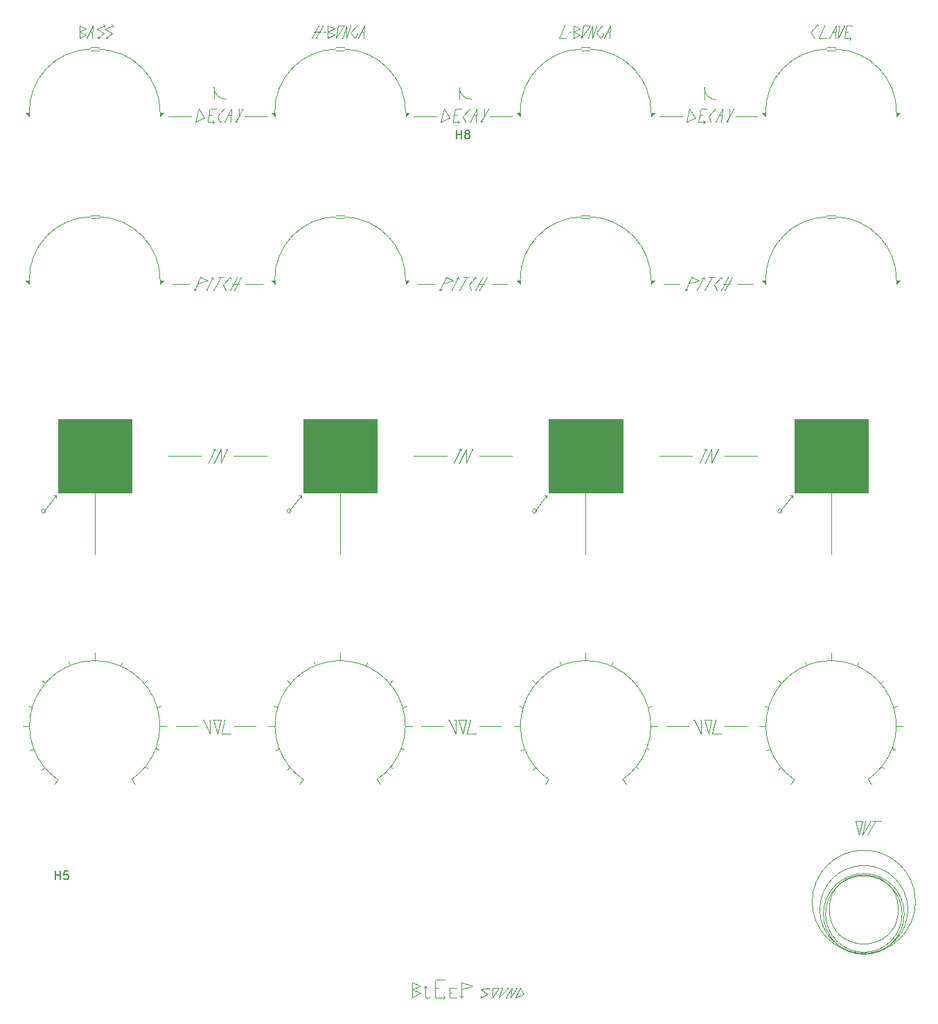
<source format=gto>
G04 #@! TF.GenerationSoftware,KiCad,Pcbnew,(6.0.1)*
G04 #@! TF.CreationDate,2022-09-12T08:21:23+02:00*
G04 #@! TF.ProjectId,Drumbox,4472756d-626f-4782-9e6b-696361645f70,rev?*
G04 #@! TF.SameCoordinates,Original*
G04 #@! TF.FileFunction,Legend,Top*
G04 #@! TF.FilePolarity,Positive*
%FSLAX46Y46*%
G04 Gerber Fmt 4.6, Leading zero omitted, Abs format (unit mm)*
G04 Created by KiCad (PCBNEW (6.0.1)) date 2022-09-12 08:21:23*
%MOMM*%
%LPD*%
G01*
G04 APERTURE LIST*
%ADD10C,0.120000*%
%ADD11C,0.100000*%
%ADD12C,0.150000*%
%ADD13O,6.700000X4.200000*%
%ADD14C,3.200000*%
G04 APERTURE END LIST*
D10*
X104750000Y-88250000D02*
X104750000Y-97000000D01*
X74750000Y-88250000D02*
X74750000Y-97000000D01*
X98750000Y-91750000D02*
G75*
G03*
X98750000Y-91750000I-250000J0D01*
G01*
X98500000Y-91750000D02*
X100000000Y-89850000D01*
X100000000Y-89850000D02*
X99700000Y-89850000D01*
X100000000Y-89850000D02*
X100000000Y-90150000D01*
X116350000Y-151200000D02*
X117550000Y-151200000D01*
X133275000Y-34000000D02*
X134075000Y-33500000D01*
X98250000Y-123372083D02*
X98600000Y-123082083D01*
X91950000Y-44200000D02*
X92150000Y-44100000D01*
X96350000Y-63600000D02*
X96750000Y-63600000D01*
X96750000Y-63600000D02*
X96750000Y-64000000D01*
X96750000Y-64000000D02*
X96350000Y-63600000D01*
G36*
X96750000Y-64000000D02*
G01*
X96350000Y-63600000D01*
X96750000Y-63600000D01*
X96750000Y-64000000D01*
G37*
X96750000Y-64000000D02*
X96350000Y-63600000D01*
X96750000Y-63600000D01*
X96750000Y-64000000D01*
X120650000Y-117300000D02*
X120550000Y-117300000D01*
X134075000Y-32800000D02*
X133275000Y-32400000D01*
X142750000Y-43500000D02*
X142750000Y-43100000D01*
X142750000Y-43100000D02*
X143150000Y-43100000D01*
X143150000Y-43100000D02*
X142750000Y-43500000D01*
G36*
X142750000Y-43500000D02*
G01*
X142750000Y-43100000D01*
X143150000Y-43100000D01*
X142750000Y-43500000D01*
G37*
X142750000Y-43500000D02*
X142750000Y-43100000D01*
X143150000Y-43100000D01*
X142750000Y-43500000D01*
X103250000Y-33200000D02*
X104050000Y-32800000D01*
X82750000Y-63600000D02*
G75*
G03*
X75250000Y-55800000I-7702650J99375D01*
G01*
X90650000Y-117300000D02*
X90550000Y-117300000D01*
X119450000Y-84150000D02*
X119550000Y-84350000D01*
X134250000Y-55600000D02*
X135250000Y-55600000D01*
X75100000Y-34000000D02*
X75300000Y-34000000D01*
X136775000Y-32400000D02*
X136875000Y-32500000D01*
X151750000Y-85000000D02*
X155750000Y-85000000D01*
X150775000Y-64800000D02*
X150875000Y-64700000D01*
X119150000Y-42600000D02*
X119550000Y-42600000D01*
X149450000Y-84150000D02*
X149250000Y-84250000D01*
X121950000Y-151200000D02*
X121950000Y-151000000D01*
X135300000Y-32400000D02*
X134250000Y-34000000D01*
X89310660Y-41439340D02*
X89310660Y-39939340D01*
X91575000Y-64000000D02*
X92375000Y-64000000D01*
X147175000Y-64700000D02*
X146975000Y-64800000D01*
X98250000Y-112472083D02*
X98660000Y-112822083D01*
X82750000Y-64000000D02*
X82750000Y-63600000D01*
X82750000Y-63600000D02*
X83150000Y-63600000D01*
X83150000Y-63600000D02*
X82750000Y-64000000D01*
G36*
X82750000Y-64000000D02*
G01*
X82750000Y-63600000D01*
X83150000Y-63600000D01*
X82750000Y-64000000D01*
G37*
X82750000Y-64000000D02*
X82750000Y-63600000D01*
X83150000Y-63600000D01*
X82750000Y-64000000D01*
X128250000Y-112472083D02*
X128660000Y-112822083D01*
X147350000Y-118000000D02*
X144650000Y-118000000D01*
X136775000Y-32400000D02*
X136075000Y-33300000D01*
X134250000Y-35300000D02*
G75*
G03*
X126750000Y-43100000I150000J-7650000D01*
G01*
X149350000Y-44200000D02*
X149150000Y-44400000D01*
X118750000Y-43400000D02*
X119050000Y-43400000D01*
X103250000Y-32400000D02*
X103250000Y-34000000D01*
X150150000Y-117300000D02*
X149750000Y-119000000D01*
X117675000Y-63200000D02*
X116975000Y-64800000D01*
X90150000Y-84150000D02*
X90150000Y-85850000D01*
X141140000Y-112472083D02*
X140790000Y-112792083D01*
X148650000Y-85850000D02*
X149450000Y-84150000D01*
X162750000Y-34000000D02*
X162850000Y-33900000D01*
X89450000Y-84150000D02*
X89250000Y-84250000D01*
X149250000Y-117300000D02*
X150150000Y-117300000D01*
X90950000Y-84150000D02*
X90850000Y-84150000D01*
X132775000Y-33200000D02*
X132975000Y-33200000D01*
X120475000Y-64100000D02*
X120775000Y-64800000D01*
X166950000Y-32400000D02*
G75*
G03*
X166550000Y-32800000I-1J-399999D01*
G01*
X169250000Y-124572083D02*
G75*
G03*
X160250000Y-124572083I-4500000J6572083D01*
G01*
X150650000Y-117300000D02*
X150250000Y-119000000D01*
X164250000Y-56000000D02*
X165250000Y-56000000D01*
X105550000Y-32400000D02*
X105050000Y-34000000D01*
X137675000Y-33200000D02*
X137375000Y-33200000D01*
X115150000Y-149800000D02*
X114950000Y-150000000D01*
X165350000Y-32400000D02*
X165250000Y-34000000D01*
X149250000Y-40000000D02*
G75*
G03*
X150750000Y-41500000I1500001J1D01*
G01*
X105275000Y-32400000D02*
X104225000Y-34000000D01*
X79250000Y-124572083D02*
X79700000Y-125182083D01*
X119175000Y-63200000D02*
X118975000Y-63300000D01*
X121275000Y-63200000D02*
X120475000Y-64100000D01*
X91275000Y-63200000D02*
X90475000Y-64100000D01*
X89175000Y-63200000D02*
X88975000Y-63300000D01*
X121750000Y-85000000D02*
X125750000Y-85000000D01*
X156350000Y-43100000D02*
X156750000Y-43100000D01*
X156750000Y-43100000D02*
X156750000Y-43500000D01*
X156750000Y-43500000D02*
X156350000Y-43100000D01*
G36*
X156750000Y-43500000D02*
G01*
X156350000Y-43100000D01*
X156750000Y-43100000D01*
X156750000Y-43500000D01*
G37*
X156750000Y-43500000D02*
X156350000Y-43100000D01*
X156750000Y-43100000D01*
X156750000Y-43500000D01*
X126350000Y-63600000D02*
X126750000Y-63600000D01*
X126750000Y-63600000D02*
X126750000Y-64000000D01*
X126750000Y-64000000D02*
X126350000Y-63600000D01*
G36*
X126750000Y-64000000D02*
G01*
X126350000Y-63600000D01*
X126750000Y-63600000D01*
X126750000Y-64000000D01*
G37*
X126750000Y-64000000D02*
X126350000Y-63600000D01*
X126750000Y-63600000D01*
X126750000Y-64000000D01*
X151275000Y-63200000D02*
X151375000Y-63300000D01*
X150050000Y-44200000D02*
X150150000Y-44100000D01*
X174135165Y-140450000D02*
G75*
G03*
X174135165Y-140450000I-5385165J0D01*
G01*
X109250000Y-124572083D02*
G75*
G03*
X100250000Y-124572083I-4500000J6572083D01*
G01*
X105050000Y-34000000D02*
X104950000Y-34000000D01*
X66350000Y-43100000D02*
X66750000Y-43100000D01*
X66750000Y-43100000D02*
X66750000Y-43500000D01*
X66750000Y-43500000D02*
X66350000Y-43100000D01*
G36*
X66750000Y-43500000D02*
G01*
X66350000Y-43100000D01*
X66750000Y-43100000D01*
X66750000Y-43500000D01*
G37*
X66750000Y-43500000D02*
X66350000Y-43100000D01*
X66750000Y-43100000D01*
X66750000Y-43500000D01*
X87750000Y-85000000D02*
X83750000Y-85000000D01*
X153250000Y-64000000D02*
X155250000Y-64000000D01*
X115150000Y-151200000D02*
X115750000Y-151200000D01*
X148050000Y-117300000D02*
X148850000Y-119000000D01*
X91450000Y-42600000D02*
X90650000Y-44200000D01*
X118150000Y-43700000D02*
X117450000Y-42600000D01*
X164250000Y-35300000D02*
G75*
G03*
X156750000Y-43100000I150000J-7650000D01*
G01*
X147450000Y-42600000D02*
X147050000Y-44200000D01*
X108050000Y-110272083D02*
X107890000Y-110652083D01*
X113550000Y-150200000D02*
X114550000Y-149800000D01*
X119350000Y-44200000D02*
X119150000Y-44400000D01*
X136075000Y-33300000D02*
X136575000Y-34000000D01*
X122350000Y-43500000D02*
X122350000Y-42600000D01*
X89250000Y-117300000D02*
X90150000Y-117300000D01*
X124150000Y-150000000D02*
X123350000Y-150000000D01*
X116750000Y-149000000D02*
G75*
G03*
X116350000Y-149400000I-1J-399999D01*
G01*
X162250000Y-33250000D02*
X162750000Y-34000000D01*
X123350000Y-151200000D02*
X124150000Y-150000000D01*
X81140000Y-112472083D02*
X80790000Y-112792083D01*
X117675000Y-63200000D02*
X118575000Y-63600000D01*
X126750000Y-150000000D02*
X126150000Y-151200000D01*
X87175000Y-64700000D02*
X86975000Y-64800000D01*
X172750000Y-63600000D02*
G75*
G03*
X165250000Y-55800000I-7702650J99375D01*
G01*
X74550000Y-32400000D02*
X74450000Y-34000000D01*
X90550000Y-42600000D02*
X90650000Y-42700000D01*
X106050000Y-32400000D02*
X105550000Y-34000000D01*
X143750000Y-43500000D02*
X146550000Y-43500000D01*
X90225000Y-63200000D02*
X89275000Y-64800000D01*
X107650000Y-33200000D02*
X107350000Y-33200000D01*
X170500000Y-129650000D02*
X170900000Y-129650000D01*
X118375000Y-64800000D02*
X119175000Y-63200000D01*
X166550000Y-32800000D02*
X166350000Y-34000000D01*
X113550000Y-151200000D02*
X114550000Y-150600000D01*
X142850000Y-115572083D02*
X142390000Y-115712083D01*
X165250000Y-33200000D02*
X164950000Y-33200000D01*
X120550000Y-42600000D02*
X119750000Y-43500000D01*
X125350000Y-150000000D02*
X125150000Y-150000000D01*
X130250000Y-124572083D02*
X129790000Y-125162083D01*
X90150000Y-85850000D02*
X90950000Y-84150000D01*
X111140000Y-112472083D02*
X110790000Y-112792083D01*
X142550000Y-120872083D02*
X142240000Y-120762083D01*
X149150000Y-42600000D02*
G75*
G03*
X148750000Y-43000000I-1J-399999D01*
G01*
X78050000Y-110272083D02*
X77890000Y-110652083D01*
X89350000Y-44200000D02*
X89150000Y-44000000D01*
X139250000Y-124572083D02*
G75*
G03*
X130250000Y-124572083I-4500000J6572083D01*
G01*
X142752701Y-118072083D02*
X143524313Y-118072083D01*
X102150000Y-32400000D02*
X101250000Y-34000000D01*
X96850000Y-120972083D02*
X97290000Y-120812083D01*
X102650000Y-32400000D02*
X101750000Y-34000000D01*
X100250000Y-124572083D02*
X99790000Y-125162083D01*
X119550000Y-149400000D02*
X119550000Y-151200000D01*
X166950000Y-32400000D02*
X167350000Y-32400000D01*
X171140000Y-112472083D02*
X170790000Y-112792083D01*
X172750000Y-43100000D02*
G75*
G03*
X165250000Y-35300000I-7702650J99375D01*
G01*
X150475000Y-64100000D02*
X150775000Y-64800000D01*
X73700000Y-32800000D02*
X72900000Y-32400000D01*
X121450000Y-42600000D02*
X120650000Y-44200000D01*
X117750000Y-85000000D02*
X113750000Y-85000000D01*
X117175000Y-64700000D02*
X116975000Y-64800000D01*
X74750000Y-110033694D02*
X74750000Y-109072083D01*
X158250000Y-123372083D02*
X158600000Y-123082083D01*
X152675000Y-63200000D02*
X151775000Y-64800000D01*
X112750000Y-43500000D02*
X112750000Y-43100000D01*
X112750000Y-43100000D02*
X113150000Y-43100000D01*
X113150000Y-43100000D02*
X112750000Y-43500000D01*
G36*
X112750000Y-43500000D02*
G01*
X112750000Y-43100000D01*
X113150000Y-43100000D01*
X112750000Y-43500000D01*
G37*
X112750000Y-43500000D02*
X112750000Y-43100000D01*
X113150000Y-43100000D01*
X112750000Y-43500000D01*
X150550000Y-42600000D02*
X150650000Y-42700000D01*
X139250000Y-124572083D02*
X139700000Y-125182083D01*
X91350000Y-43400000D02*
X91050000Y-43400000D01*
X104250000Y-55600000D02*
X105250000Y-55600000D01*
X149750000Y-119000000D02*
X149250000Y-117300000D01*
X75100000Y-34000000D02*
X75100000Y-33800000D01*
X116350000Y-150000000D02*
X116750000Y-150000000D01*
X118150000Y-150000000D02*
X118150000Y-151200000D01*
X146975000Y-64800000D02*
X146875000Y-64600000D01*
X136825000Y-33400000D02*
X136925000Y-33500000D01*
X122950000Y-150000000D02*
X121950000Y-150200000D01*
X92350000Y-43500000D02*
X92850000Y-42600000D01*
X96650000Y-115572083D02*
X97110000Y-115712083D01*
X148850000Y-119000000D02*
X148850000Y-117300000D01*
X88050000Y-117300000D02*
X88850000Y-119000000D01*
X130000000Y-89850000D02*
X129700000Y-89850000D01*
X172550000Y-120872083D02*
X172240000Y-120762083D01*
X163100000Y-32300000D02*
X163200000Y-32400000D01*
X118150000Y-150600000D02*
X118350000Y-150600000D01*
X167150000Y-34000000D02*
X166950000Y-34200000D01*
X149175000Y-63200000D02*
X148975000Y-63300000D01*
X149750000Y-43500000D02*
X150050000Y-44200000D01*
X124550000Y-150000000D02*
X124350000Y-150000000D01*
X125966895Y-118000000D02*
X126738507Y-118000000D01*
X104225000Y-34000000D02*
X104475000Y-32400000D01*
X88850000Y-117300000D02*
X88750000Y-117300000D01*
X89350000Y-85850000D02*
X89250000Y-85850000D01*
X167700000Y-129650000D02*
X168600000Y-129650000D01*
X119750000Y-43500000D02*
X120050000Y-44200000D01*
X149150000Y-42600000D02*
X149550000Y-42600000D01*
X134250000Y-35100000D02*
X135250000Y-35100000D01*
X83750000Y-43500000D02*
X86550000Y-43500000D01*
X118850000Y-117300000D02*
X118750000Y-117300000D01*
X168050000Y-110272083D02*
X167890000Y-110652083D01*
X168600000Y-129650000D02*
X168200000Y-131350000D01*
X165350000Y-32400000D02*
X164550000Y-34000000D01*
X90775000Y-64800000D02*
X90875000Y-64700000D01*
X128500000Y-91750000D02*
X130000000Y-89850000D01*
X119350000Y-151000000D02*
X119550000Y-151200000D01*
X106750000Y-32400000D02*
X106850000Y-32500000D01*
X119550000Y-151200000D02*
X119550000Y-151000000D01*
X119350000Y-85850000D02*
X119250000Y-85850000D01*
X66350000Y-63600000D02*
X66750000Y-63600000D01*
X66750000Y-63600000D02*
X66750000Y-64000000D01*
X66750000Y-64000000D02*
X66350000Y-63600000D01*
G36*
X66750000Y-64000000D02*
G01*
X66350000Y-63600000D01*
X66750000Y-63600000D01*
X66750000Y-64000000D01*
G37*
X66750000Y-64000000D02*
X66350000Y-63600000D01*
X66750000Y-63600000D01*
X66750000Y-64000000D01*
X72900000Y-34000000D02*
X73700000Y-33500000D01*
X74250000Y-35100000D02*
X75250000Y-35100000D01*
X112550000Y-120872083D02*
X112240000Y-120762083D01*
X121350000Y-43400000D02*
X121050000Y-43400000D01*
X104050000Y-33500000D02*
X103250000Y-33200000D01*
X76100000Y-34000000D02*
X76300000Y-34000000D01*
X135575000Y-32400000D02*
X135575000Y-34000000D01*
X151950000Y-44200000D02*
X151950000Y-44000000D01*
X163250000Y-34000000D02*
X164150000Y-34000000D01*
X74250000Y-35500000D02*
X75250000Y-35500000D01*
X150250000Y-119000000D02*
X151350000Y-119000000D01*
X68250000Y-112472083D02*
X68660000Y-112822083D01*
X87350000Y-118000000D02*
X84650000Y-118000000D01*
X92350000Y-43500000D02*
X91950000Y-44200000D01*
X106800000Y-33400000D02*
X106900000Y-33500000D01*
X112750000Y-64000000D02*
X112750000Y-63600000D01*
X112750000Y-63600000D02*
X113150000Y-63600000D01*
X113150000Y-63600000D02*
X112750000Y-64000000D01*
G36*
X112750000Y-64000000D02*
G01*
X112750000Y-63600000D01*
X113150000Y-63600000D01*
X112750000Y-64000000D01*
G37*
X112750000Y-64000000D02*
X112750000Y-63600000D01*
X113150000Y-63600000D01*
X112750000Y-64000000D01*
X89825000Y-63200000D02*
X90525000Y-63200000D01*
X90475000Y-64100000D02*
X90775000Y-64800000D01*
X126350000Y-150000000D02*
X126150000Y-150000000D01*
X166400000Y-32400000D02*
X166300000Y-32400000D01*
X119450000Y-84150000D02*
X119250000Y-84250000D01*
X149825000Y-63200000D02*
X150525000Y-63200000D01*
X113750000Y-43500000D02*
X116550000Y-43500000D01*
X119750000Y-119000000D02*
X119250000Y-117300000D01*
X104475000Y-32400000D02*
X105275000Y-32400000D01*
X134250000Y-55800000D02*
G75*
G03*
X126750000Y-63600000I150000J-7650000D01*
G01*
X128250000Y-123372083D02*
X128600000Y-123082083D01*
X136075000Y-32400000D02*
X135975000Y-32400000D01*
X117050000Y-44200000D02*
X118150000Y-43700000D01*
X172850000Y-115572083D02*
X172390000Y-115712083D01*
X115150000Y-149800000D02*
X115150000Y-151200000D01*
X150150000Y-84150000D02*
X150150000Y-85850000D01*
X172752701Y-118072083D02*
X173524313Y-118072083D01*
X117350000Y-118000000D02*
X114650000Y-118000000D01*
X91275000Y-63200000D02*
X91375000Y-63300000D01*
X144250000Y-64000000D02*
X146250000Y-64000000D01*
X149350000Y-85850000D02*
X150150000Y-84150000D01*
X164750000Y-88250000D02*
X164750000Y-97000000D01*
X76000000Y-32400000D02*
X75800000Y-32300000D01*
X74250000Y-35300000D02*
G75*
G03*
X66750000Y-43100000I150000J-7650000D01*
G01*
X76000000Y-32900000D02*
X76900000Y-33400000D01*
X168900000Y-129650000D02*
X168600000Y-131350000D01*
X81180000Y-123212083D02*
X80940000Y-123012083D01*
X124550000Y-150000000D02*
X124150000Y-151200000D01*
X172750000Y-43500000D02*
X172750000Y-43100000D01*
X172750000Y-43100000D02*
X173150000Y-43100000D01*
X173150000Y-43100000D02*
X172750000Y-43500000D01*
G36*
X172750000Y-43500000D02*
G01*
X172750000Y-43100000D01*
X173150000Y-43100000D01*
X172750000Y-43500000D01*
G37*
X172750000Y-43500000D02*
X172750000Y-43100000D01*
X173150000Y-43100000D01*
X172750000Y-43500000D01*
X135575000Y-32400000D02*
X135075000Y-34000000D01*
X121950000Y-150200000D02*
X122750000Y-150800000D01*
X165700000Y-32400000D02*
X165600000Y-34000000D01*
X155966895Y-118000000D02*
X156738507Y-118000000D01*
X136575000Y-34000000D02*
X136925000Y-33500000D01*
X89350000Y-85850000D02*
X90150000Y-84150000D01*
D11*
X160250000Y-80500000D02*
X169250000Y-80500000D01*
X169250000Y-80500000D02*
X169250000Y-89500000D01*
X169250000Y-89500000D02*
X160250000Y-89500000D01*
X160250000Y-89500000D02*
X160250000Y-80500000D01*
G36*
X169250000Y-89500000D02*
G01*
X160250000Y-89500000D01*
X160250000Y-80500000D01*
X169250000Y-80500000D01*
X169250000Y-89500000D01*
G37*
X169250000Y-89500000D02*
X160250000Y-89500000D01*
X160250000Y-80500000D01*
X169250000Y-80500000D01*
X169250000Y-89500000D01*
D10*
X131475000Y-34000000D02*
X132375000Y-34000000D01*
X70000000Y-89850000D02*
X69700000Y-89850000D01*
X76900000Y-33400000D02*
X76100000Y-34000000D01*
X165700000Y-32400000D02*
X165600000Y-32400000D01*
X90250000Y-119000000D02*
X91350000Y-119000000D01*
X82550000Y-120872083D02*
X82240000Y-120762083D01*
X122750000Y-150800000D02*
X121950000Y-151200000D01*
X164250000Y-35500000D02*
X165250000Y-35500000D01*
X90050000Y-44200000D02*
X90150000Y-44100000D01*
X119825000Y-63200000D02*
X120525000Y-63200000D01*
X121950000Y-44200000D02*
X122150000Y-44100000D01*
X74250000Y-55800000D02*
G75*
G03*
X66750000Y-63600000I150000J-7650000D01*
G01*
X82850000Y-115572083D02*
X82390000Y-115712083D01*
X106050000Y-32400000D02*
X105950000Y-32400000D01*
X105550000Y-32400000D02*
X105550000Y-34000000D01*
X168200000Y-131350000D02*
X167700000Y-129650000D01*
X92175000Y-63200000D02*
X91275000Y-64800000D01*
X152175000Y-63200000D02*
X151275000Y-64800000D01*
X87675000Y-63200000D02*
X88575000Y-63600000D01*
X164250000Y-35100000D02*
X165250000Y-35100000D01*
X126350000Y-43100000D02*
X126750000Y-43100000D01*
X126750000Y-43100000D02*
X126750000Y-43500000D01*
X126750000Y-43500000D02*
X126350000Y-43100000D01*
G36*
X126750000Y-43500000D02*
G01*
X126350000Y-43100000D01*
X126750000Y-43100000D01*
X126750000Y-43500000D01*
G37*
X126750000Y-43500000D02*
X126350000Y-43100000D01*
X126750000Y-43100000D01*
X126750000Y-43500000D01*
X74450000Y-33200000D02*
X74150000Y-33200000D01*
X151275000Y-63200000D02*
X150475000Y-64100000D01*
X121450000Y-42600000D02*
X121350000Y-44200000D01*
X74250000Y-55600000D02*
X75250000Y-55600000D01*
X135075000Y-34000000D02*
X134975000Y-34000000D01*
X152350000Y-43500000D02*
X151950000Y-44200000D01*
X114550000Y-149800000D02*
X113550000Y-149400000D01*
X148575000Y-63600000D02*
X147375000Y-63900000D01*
X89750000Y-43500000D02*
X90050000Y-44200000D01*
X95966895Y-118000000D02*
X96738507Y-118000000D01*
X90550000Y-42600000D02*
X89750000Y-43500000D01*
X122350000Y-43500000D02*
X121950000Y-44200000D01*
X123250000Y-64000000D02*
X125250000Y-64000000D01*
X114550000Y-150600000D02*
X113550000Y-150200000D01*
X151450000Y-42600000D02*
X150650000Y-44200000D01*
X147050000Y-44200000D02*
X148150000Y-43700000D01*
X169800000Y-129650000D02*
X170500000Y-129650000D01*
X132175000Y-32400000D02*
X131475000Y-34000000D01*
X124950000Y-151200000D02*
X125150000Y-151200000D01*
D11*
X130250000Y-80500000D02*
X139250000Y-80500000D01*
X139250000Y-80500000D02*
X139250000Y-89500000D01*
X139250000Y-89500000D02*
X130250000Y-89500000D01*
X130250000Y-89500000D02*
X130250000Y-80500000D01*
G36*
X139250000Y-89500000D02*
G01*
X130250000Y-89500000D01*
X130250000Y-80500000D01*
X139250000Y-80500000D01*
X139250000Y-89500000D01*
G37*
X139250000Y-89500000D02*
X130250000Y-89500000D01*
X130250000Y-80500000D01*
X139250000Y-80500000D01*
X139250000Y-89500000D01*
D10*
X134075000Y-33500000D02*
X133275000Y-33200000D01*
X119250000Y-117300000D02*
X120150000Y-117300000D01*
X131550000Y-110172083D02*
X131740000Y-110622083D01*
X106550000Y-34000000D02*
X106900000Y-33500000D01*
X70250000Y-124572083D02*
X69790000Y-125162083D01*
X119310660Y-39939340D02*
G75*
G03*
X120810660Y-41439340I1500001J1D01*
G01*
X89175000Y-63200000D02*
X89275000Y-63400000D01*
X134750000Y-88250000D02*
X134750000Y-97000000D01*
X163950000Y-32400000D02*
X163250000Y-34000000D01*
X161550000Y-110172083D02*
X161740000Y-110622083D01*
X142750000Y-43100000D02*
G75*
G03*
X135250000Y-35300000I-7702650J99375D01*
G01*
X96350000Y-43100000D02*
X96750000Y-43100000D01*
X96750000Y-43100000D02*
X96750000Y-43500000D01*
X96750000Y-43500000D02*
X96350000Y-43100000D01*
G36*
X96750000Y-43500000D02*
G01*
X96350000Y-43100000D01*
X96750000Y-43100000D01*
X96750000Y-43500000D01*
G37*
X96750000Y-43500000D02*
X96350000Y-43100000D01*
X96750000Y-43100000D01*
X96750000Y-43500000D01*
X126650000Y-115572083D02*
X127110000Y-115712083D01*
X147750000Y-85000000D02*
X143750000Y-85000000D01*
X90150000Y-117300000D02*
X89750000Y-119000000D01*
X77000000Y-32400000D02*
X76800000Y-32300000D01*
X88650000Y-85850000D02*
X89450000Y-84150000D01*
X158250000Y-112472083D02*
X158660000Y-112822083D01*
X118050000Y-117300000D02*
X118850000Y-119000000D01*
X172969301Y-140450000D02*
G75*
G03*
X172969301Y-140450000I-4219301J0D01*
G01*
X150225000Y-63200000D02*
X149275000Y-64800000D01*
X150550000Y-42600000D02*
X149750000Y-43500000D01*
X122675000Y-63200000D02*
X121775000Y-64800000D01*
X104750000Y-110033694D02*
X104750000Y-109072083D01*
X150150000Y-85850000D02*
X150950000Y-84150000D01*
X120050000Y-44200000D02*
X120150000Y-44100000D01*
X153050000Y-43500000D02*
X155750000Y-43500000D01*
X170200000Y-129650000D02*
X169200000Y-131350000D01*
X148750000Y-43400000D02*
X149050000Y-43400000D01*
X147675000Y-63200000D02*
X148575000Y-63600000D01*
X173430278Y-141000000D02*
G75*
G03*
X173430278Y-141000000I-4680278J0D01*
G01*
X109250000Y-124572083D02*
X109700000Y-125182083D01*
X114250000Y-64000000D02*
X116250000Y-64000000D01*
X120150000Y-117300000D02*
X119750000Y-119000000D01*
X148375000Y-64800000D02*
X149175000Y-63200000D01*
X104250000Y-35100000D02*
X105250000Y-35100000D01*
X91750000Y-85000000D02*
X95750000Y-85000000D01*
X82752701Y-118072083D02*
X83524313Y-118072083D01*
X118575000Y-63600000D02*
X117375000Y-63900000D01*
X88375000Y-64800000D02*
X89175000Y-63200000D01*
X163100000Y-32300000D02*
X162250000Y-33250000D01*
X148850000Y-117300000D02*
X148750000Y-117300000D01*
X126850000Y-120972083D02*
X127290000Y-120812083D01*
X166350000Y-34000000D02*
X167050000Y-34000000D01*
X148050000Y-117300000D02*
X147950000Y-117300000D01*
X132175000Y-32400000D02*
X132075000Y-32400000D01*
X121950000Y-44200000D02*
X121950000Y-44000000D01*
X156650000Y-115572083D02*
X157110000Y-115712083D01*
X173689636Y-141000000D02*
G75*
G03*
X173689636Y-141000000I-4939636J0D01*
G01*
X66650000Y-115572083D02*
X67110000Y-115712083D01*
X130000000Y-89850000D02*
X130000000Y-90150000D01*
X134250000Y-34000000D02*
X134500000Y-32400000D01*
X76100000Y-34000000D02*
X76100000Y-33800000D01*
X101550000Y-33200000D02*
X102350000Y-33200000D01*
X73700000Y-33500000D02*
X72900000Y-33200000D01*
X120650000Y-117300000D02*
X120250000Y-119000000D01*
D11*
X100250000Y-80500000D02*
X109250000Y-80500000D01*
X109250000Y-80500000D02*
X109250000Y-89500000D01*
X109250000Y-89500000D02*
X100250000Y-89500000D01*
X100250000Y-89500000D02*
X100250000Y-80500000D01*
G36*
X109250000Y-89500000D02*
G01*
X100250000Y-89500000D01*
X100250000Y-80500000D01*
X109250000Y-80500000D01*
X109250000Y-89500000D01*
G37*
X109250000Y-89500000D02*
X100250000Y-89500000D01*
X100250000Y-80500000D01*
X109250000Y-80500000D01*
X109250000Y-89500000D01*
D10*
X121750000Y-118000000D02*
X124450000Y-118000000D01*
X164250000Y-55800000D02*
G75*
G03*
X156750000Y-63600000I150000J-7650000D01*
G01*
X74250000Y-56000000D02*
X75250000Y-56000000D01*
X168600000Y-131350000D02*
X169600000Y-129650000D01*
X164750000Y-110033694D02*
X164750000Y-109072083D01*
X151450000Y-42600000D02*
X151350000Y-44200000D01*
X123050000Y-43500000D02*
X125750000Y-43500000D01*
X120225000Y-63200000D02*
X119275000Y-64800000D01*
X116750000Y-149000000D02*
X117550000Y-149000000D01*
X134250000Y-35500000D02*
X135250000Y-35500000D01*
X120250000Y-119000000D02*
X121350000Y-119000000D01*
X149350000Y-85850000D02*
X149250000Y-85850000D01*
X119550000Y-151200000D02*
X119750000Y-151000000D01*
X149250000Y-41500000D02*
X149250000Y-40000000D01*
X71550000Y-110172083D02*
X71740000Y-110622083D01*
X113550000Y-149400000D02*
X113550000Y-151200000D01*
X148550000Y-44200000D02*
X149250000Y-44200000D01*
X120775000Y-64800000D02*
X120875000Y-64700000D01*
X70000000Y-89850000D02*
X70000000Y-90150000D01*
X112752701Y-118072083D02*
X113524313Y-118072083D01*
X124150000Y-151200000D02*
X125350000Y-150000000D01*
X133275000Y-33200000D02*
X134075000Y-32800000D01*
X87050000Y-44200000D02*
X88150000Y-43700000D01*
X87450000Y-42600000D02*
X87050000Y-44200000D01*
X149175000Y-63200000D02*
X149275000Y-63400000D01*
X138050000Y-110272083D02*
X137890000Y-110652083D01*
X136075000Y-32400000D02*
X135575000Y-34000000D01*
X77000000Y-32400000D02*
X77000000Y-32600000D01*
X72900000Y-32400000D02*
X72900000Y-34000000D01*
X117550000Y-151200000D02*
X117350000Y-151000000D01*
X68750000Y-91750000D02*
G75*
G03*
X68750000Y-91750000I-250000J0D01*
G01*
X160250000Y-124572083D02*
X159790000Y-125162083D01*
X87675000Y-63200000D02*
X86975000Y-64800000D01*
X86975000Y-64800000D02*
X86875000Y-64600000D01*
X134250000Y-56000000D02*
X135250000Y-56000000D01*
X126750000Y-150000000D02*
X127150000Y-150800000D01*
X92675000Y-63200000D02*
X91775000Y-64800000D01*
X148150000Y-43700000D02*
X147450000Y-42600000D01*
X88750000Y-43000000D02*
X88550000Y-44200000D01*
X167150000Y-34000000D02*
X166950000Y-33800000D01*
X90650000Y-117300000D02*
X90250000Y-119000000D01*
X102750000Y-33200000D02*
X102950000Y-33200000D01*
X65966895Y-118000000D02*
X66738507Y-118000000D01*
X77000000Y-32400000D02*
X76000000Y-32900000D01*
X160000000Y-89850000D02*
X159700000Y-89850000D01*
X171180000Y-123212083D02*
X170940000Y-123012083D01*
X79250000Y-124572083D02*
G75*
G03*
X70250000Y-124572083I-4500000J6572083D01*
G01*
X152350000Y-43500000D02*
X152350000Y-42600000D01*
X111180000Y-123212083D02*
X110940000Y-123012083D01*
X76000000Y-32400000D02*
X76000000Y-32600000D01*
X104250000Y-35300000D02*
G75*
G03*
X96750000Y-43100000I150000J-7650000D01*
G01*
X106750000Y-32400000D02*
X106050000Y-33300000D01*
X150950000Y-84150000D02*
X150850000Y-84150000D01*
X115150000Y-149800000D02*
X115350000Y-150000000D01*
X112750000Y-63600000D02*
G75*
G03*
X105250000Y-55800000I-7702650J99375D01*
G01*
X75900000Y-33400000D02*
X75100000Y-34000000D01*
X120950000Y-84150000D02*
X120850000Y-84150000D01*
X156350000Y-63600000D02*
X156750000Y-63600000D01*
X156750000Y-63600000D02*
X156750000Y-64000000D01*
X156750000Y-64000000D02*
X156350000Y-63600000D01*
G36*
X156750000Y-64000000D02*
G01*
X156350000Y-63600000D01*
X156750000Y-63600000D01*
X156750000Y-64000000D01*
G37*
X156750000Y-64000000D02*
X156350000Y-63600000D01*
X156750000Y-63600000D01*
X156750000Y-64000000D01*
X74550000Y-32400000D02*
X73750000Y-34000000D01*
X120150000Y-84150000D02*
X120150000Y-85850000D01*
X152350000Y-43500000D02*
X152850000Y-42600000D01*
X119310660Y-41439340D02*
X119310660Y-39939340D01*
X151575000Y-64000000D02*
X152375000Y-64000000D01*
X149450000Y-84150000D02*
X149550000Y-84350000D01*
X125750000Y-150000000D02*
X124950000Y-151200000D01*
X128750000Y-91750000D02*
G75*
G03*
X128750000Y-91750000I-250000J0D01*
G01*
X104250000Y-55800000D02*
G75*
G03*
X96750000Y-63600000I150000J-7650000D01*
G01*
X107750000Y-32400000D02*
X107650000Y-34000000D01*
X92350000Y-43500000D02*
X92350000Y-42600000D01*
X117550000Y-151200000D02*
X117350000Y-151400000D01*
X117450000Y-42600000D02*
X117050000Y-44200000D01*
X133275000Y-32400000D02*
X133275000Y-34000000D01*
X91750000Y-118000000D02*
X94450000Y-118000000D01*
X118850000Y-119000000D02*
X118850000Y-117300000D01*
X119550000Y-149400000D02*
X120950000Y-149800000D01*
X118550000Y-44200000D02*
X119250000Y-44200000D01*
X120150000Y-85850000D02*
X120950000Y-84150000D01*
X125550000Y-151200000D02*
X126350000Y-150000000D01*
X126150000Y-151200000D02*
X127150000Y-150800000D01*
X160000000Y-89850000D02*
X160000000Y-90150000D01*
X122175000Y-63200000D02*
X121275000Y-64800000D01*
X120550000Y-42600000D02*
X120650000Y-42700000D01*
X151750000Y-118000000D02*
X154450000Y-118000000D01*
X89310660Y-39939340D02*
G75*
G03*
X90810660Y-41439340I1500001J1D01*
G01*
X118150000Y-151200000D02*
X118950000Y-151200000D01*
X89450000Y-84150000D02*
X89550000Y-84350000D01*
X121575000Y-64000000D02*
X122375000Y-64000000D01*
X163950000Y-32400000D02*
X163850000Y-32400000D01*
X68250000Y-123372083D02*
X68600000Y-123082083D01*
X134750000Y-110033694D02*
X134750000Y-109072083D01*
X93250000Y-64000000D02*
X95250000Y-64000000D01*
X122350000Y-43500000D02*
X122850000Y-42600000D01*
X151350000Y-43400000D02*
X151050000Y-43400000D01*
X66850000Y-120972083D02*
X67290000Y-120812083D01*
X84250000Y-64000000D02*
X86250000Y-64000000D01*
X93050000Y-43500000D02*
X95750000Y-43500000D01*
X120950000Y-149800000D02*
X119550000Y-150200000D01*
X164250000Y-55600000D02*
X165250000Y-55600000D01*
X89150000Y-42600000D02*
G75*
G03*
X88750000Y-43000000I-1J-399999D01*
G01*
X72900000Y-33200000D02*
X73700000Y-32800000D01*
X68500000Y-91750000D02*
X70000000Y-89850000D01*
X142750000Y-64000000D02*
X142750000Y-63600000D01*
X142750000Y-63600000D02*
X143150000Y-63600000D01*
X143150000Y-63600000D02*
X142750000Y-64000000D01*
G36*
X142750000Y-64000000D02*
G01*
X142750000Y-63600000D01*
X143150000Y-63600000D01*
X142750000Y-64000000D01*
G37*
X142750000Y-64000000D02*
X142750000Y-63600000D01*
X143150000Y-63600000D01*
X142750000Y-64000000D01*
X75000000Y-32900000D02*
X75900000Y-33400000D01*
X119350000Y-85850000D02*
X120150000Y-84150000D01*
X89150000Y-42600000D02*
X89550000Y-42600000D01*
X112850000Y-115572083D02*
X112390000Y-115712083D01*
X88850000Y-119000000D02*
X88850000Y-117300000D01*
X88050000Y-117300000D02*
X87950000Y-117300000D01*
X175063478Y-139500000D02*
G75*
G03*
X175063478Y-139500000I-6313478J0D01*
G01*
X118650000Y-85850000D02*
X119450000Y-84150000D01*
X119350000Y-44200000D02*
X119150000Y-44000000D01*
X112750000Y-43100000D02*
G75*
G03*
X105250000Y-35300000I-7702650J99375D01*
G01*
X118750000Y-43000000D02*
X118550000Y-44200000D01*
X158750000Y-91750000D02*
G75*
G03*
X158750000Y-91750000I-250000J0D01*
G01*
X91950000Y-44200000D02*
X91950000Y-44000000D01*
X158500000Y-91750000D02*
X160000000Y-89850000D01*
X116350000Y-149400000D02*
X116350000Y-151200000D01*
X103250000Y-34000000D02*
X104050000Y-33500000D01*
X88750000Y-43400000D02*
X89050000Y-43400000D01*
X119150000Y-42600000D02*
G75*
G03*
X118750000Y-43000000I-1J-399999D01*
G01*
X156850000Y-120972083D02*
X157290000Y-120812083D01*
D11*
X70250000Y-80500000D02*
X79250000Y-80500000D01*
X79250000Y-80500000D02*
X79250000Y-89500000D01*
X79250000Y-89500000D02*
X70250000Y-89500000D01*
X70250000Y-89500000D02*
X70250000Y-80500000D01*
G36*
X79250000Y-89500000D02*
G01*
X70250000Y-89500000D01*
X70250000Y-80500000D01*
X79250000Y-80500000D01*
X79250000Y-89500000D01*
G37*
X79250000Y-89500000D02*
X70250000Y-89500000D01*
X70250000Y-80500000D01*
X79250000Y-80500000D01*
X79250000Y-89500000D01*
D10*
X107750000Y-32400000D02*
X106950000Y-34000000D01*
X169250000Y-124572083D02*
X169700000Y-125182083D01*
X149350000Y-44200000D02*
X149150000Y-44000000D01*
X91450000Y-42600000D02*
X91350000Y-44200000D01*
X101550000Y-110172083D02*
X101740000Y-110622083D01*
X166550000Y-33200000D02*
X166850000Y-33200000D01*
X82750000Y-43100000D02*
G75*
G03*
X75250000Y-35300000I-7702650J99375D01*
G01*
X118050000Y-117300000D02*
X117950000Y-117300000D01*
X141180000Y-123212083D02*
X140940000Y-123012083D01*
X88575000Y-63600000D02*
X87375000Y-63900000D01*
X148750000Y-43000000D02*
X148550000Y-44200000D01*
X89750000Y-119000000D02*
X89250000Y-117300000D01*
X151950000Y-44200000D02*
X152150000Y-44100000D01*
X137775000Y-32400000D02*
X136975000Y-34000000D01*
X150650000Y-117300000D02*
X150550000Y-117300000D01*
X88150000Y-43700000D02*
X87450000Y-42600000D01*
X76000000Y-32400000D02*
X75000000Y-32900000D01*
X166400000Y-32400000D02*
X165600000Y-34000000D01*
X122950000Y-150000000D02*
X122950000Y-150200000D01*
X88550000Y-44200000D02*
X89250000Y-44200000D01*
X116975000Y-64800000D02*
X116875000Y-64600000D01*
X142750000Y-63600000D02*
G75*
G03*
X135250000Y-55800000I-7702650J99375D01*
G01*
X147675000Y-63200000D02*
X146975000Y-64800000D01*
X123350000Y-150000000D02*
X123350000Y-151200000D01*
X106050000Y-33300000D02*
X106550000Y-34000000D01*
X137775000Y-32400000D02*
X137675000Y-34000000D01*
X134500000Y-32400000D02*
X135300000Y-32400000D01*
X104250000Y-35500000D02*
X105250000Y-35500000D01*
X125750000Y-150000000D02*
X125550000Y-151200000D01*
X104250000Y-56000000D02*
X105250000Y-56000000D01*
X89350000Y-44200000D02*
X89150000Y-44400000D01*
X118150000Y-150000000D02*
X118950000Y-150000000D01*
X82750000Y-43500000D02*
X82750000Y-43100000D01*
X82750000Y-43100000D02*
X83150000Y-43100000D01*
X83150000Y-43100000D02*
X82750000Y-43500000D01*
G36*
X82750000Y-43500000D02*
G01*
X82750000Y-43100000D01*
X83150000Y-43100000D01*
X82750000Y-43500000D01*
G37*
X82750000Y-43500000D02*
X82750000Y-43100000D01*
X83150000Y-43100000D01*
X82750000Y-43500000D01*
X121275000Y-63200000D02*
X121375000Y-63300000D01*
X172750000Y-64000000D02*
X172750000Y-63600000D01*
X172750000Y-63600000D02*
X173150000Y-63600000D01*
X173150000Y-63600000D02*
X172750000Y-64000000D01*
G36*
X172750000Y-64000000D02*
G01*
X172750000Y-63600000D01*
X173150000Y-63600000D01*
X172750000Y-64000000D01*
G37*
X172750000Y-64000000D02*
X172750000Y-63600000D01*
X173150000Y-63600000D01*
X172750000Y-64000000D01*
X104050000Y-32800000D02*
X103250000Y-32400000D01*
X119175000Y-63200000D02*
X119275000Y-63400000D01*
D12*
X69988095Y-136752380D02*
X69988095Y-135752380D01*
X69988095Y-136228571D02*
X70559523Y-136228571D01*
X70559523Y-136752380D02*
X70559523Y-135752380D01*
X71511904Y-135752380D02*
X71035714Y-135752380D01*
X70988095Y-136228571D01*
X71035714Y-136180952D01*
X71130952Y-136133333D01*
X71369047Y-136133333D01*
X71464285Y-136180952D01*
X71511904Y-136228571D01*
X71559523Y-136323809D01*
X71559523Y-136561904D01*
X71511904Y-136657142D01*
X71464285Y-136704761D01*
X71369047Y-136752380D01*
X71130952Y-136752380D01*
X71035714Y-136704761D01*
X70988095Y-136657142D01*
X118988095Y-46252380D02*
X118988095Y-45252380D01*
X118988095Y-45728571D02*
X119559523Y-45728571D01*
X119559523Y-46252380D02*
X119559523Y-45252380D01*
X120178571Y-45680952D02*
X120083333Y-45633333D01*
X120035714Y-45585714D01*
X119988095Y-45490476D01*
X119988095Y-45442857D01*
X120035714Y-45347619D01*
X120083333Y-45300000D01*
X120178571Y-45252380D01*
X120369047Y-45252380D01*
X120464285Y-45300000D01*
X120511904Y-45347619D01*
X120559523Y-45442857D01*
X120559523Y-45490476D01*
X120511904Y-45585714D01*
X120464285Y-45633333D01*
X120369047Y-45680952D01*
X120178571Y-45680952D01*
X120083333Y-45728571D01*
X120035714Y-45776190D01*
X119988095Y-45871428D01*
X119988095Y-46061904D01*
X120035714Y-46157142D01*
X120083333Y-46204761D01*
X120178571Y-46252380D01*
X120369047Y-46252380D01*
X120464285Y-46204761D01*
X120511904Y-46157142D01*
X120559523Y-46061904D01*
X120559523Y-45871428D01*
X120511904Y-45776190D01*
X120464285Y-45728571D01*
X120369047Y-45680952D01*
%LPC*%
D13*
X67250000Y-30500000D03*
X172250000Y-30500000D03*
X67250000Y-152500000D03*
D14*
X70750000Y-140500000D03*
D13*
X172250000Y-152500000D03*
D14*
X119750000Y-50000000D03*
M02*

</source>
